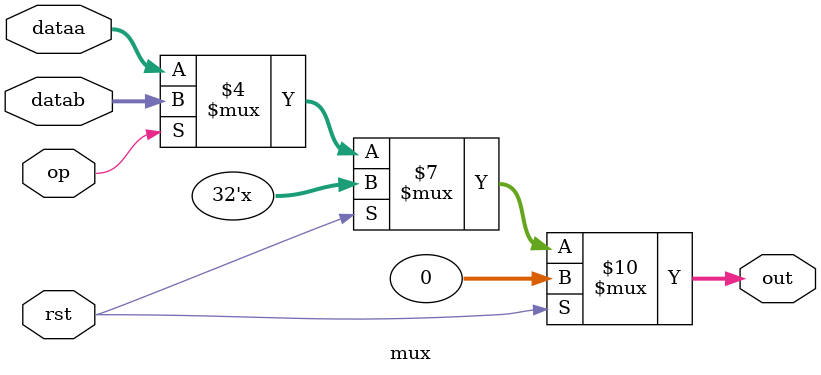
<source format=v>
`timescale 1ns / 1ps


module mux(
    input [31:0]dataa,
    input [31:0]datab,
    output reg[31:0] out,
    input op,
    input rst
    );
     always @(*)begin
        if (rst)
            out<=0;
        else begin 
            if(!op)
                out = dataa;
            else
                out = datab;      
        end
      end
endmodule

</source>
